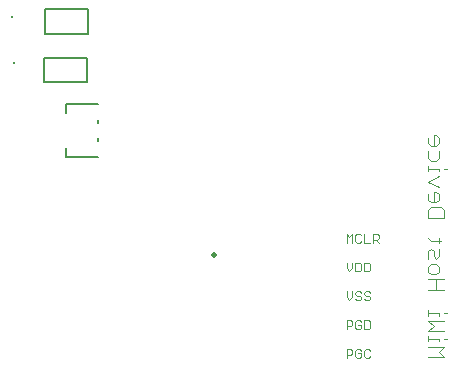
<source format=gto>
G75*
G70*
%OFA0B0*%
%FSLAX24Y24*%
%IPPOS*%
%LPD*%
%AMOC8*
5,1,8,0,0,1.08239X$1,22.5*
%
%ADD10C,0.0040*%
%ADD11C,0.0030*%
%ADD12C,0.0197*%
%ADD13C,0.0070*%
%ADD14R,0.0079X0.0079*%
%ADD15C,0.0080*%
D10*
X018643Y008023D02*
X019164Y008023D01*
X018990Y008197D01*
X019164Y008370D01*
X018643Y008370D01*
X018643Y008539D02*
X018643Y008712D01*
X018643Y008626D02*
X018990Y008626D01*
X018990Y008539D01*
X019164Y008626D02*
X019250Y008626D01*
X019164Y008883D02*
X018643Y008883D01*
X018817Y009056D01*
X018643Y009230D01*
X019164Y009230D01*
X018990Y009398D02*
X018990Y009485D01*
X018643Y009485D01*
X018643Y009398D02*
X018643Y009572D01*
X019164Y009485D02*
X019250Y009485D01*
X019164Y010258D02*
X018643Y010258D01*
X018903Y010258D02*
X018903Y010605D01*
X018903Y010773D02*
X018730Y010773D01*
X018643Y010860D01*
X018643Y011033D01*
X018730Y011120D01*
X018903Y011120D01*
X018990Y011033D01*
X018990Y010860D01*
X018903Y010773D01*
X018643Y010605D02*
X019164Y010605D01*
X018903Y011289D02*
X018817Y011376D01*
X018817Y011549D01*
X018730Y011636D01*
X018643Y011549D01*
X018643Y011289D01*
X018903Y011289D02*
X018990Y011376D01*
X018990Y011636D01*
X018990Y011805D02*
X018990Y011978D01*
X019077Y011891D02*
X018730Y011891D01*
X018643Y011978D01*
X018643Y012664D02*
X018643Y012924D01*
X018730Y013011D01*
X019077Y013011D01*
X019164Y012924D01*
X019164Y012664D01*
X018643Y012664D01*
X018730Y013180D02*
X018903Y013180D01*
X018990Y013266D01*
X018990Y013440D01*
X018903Y013527D01*
X018817Y013527D01*
X018817Y013180D01*
X018730Y013180D02*
X018643Y013266D01*
X018643Y013440D01*
X018643Y013869D02*
X018990Y013695D01*
X018990Y014042D02*
X018643Y013869D01*
X018643Y014211D02*
X018643Y014384D01*
X018643Y014298D02*
X018990Y014298D01*
X018990Y014211D01*
X019164Y014298D02*
X019250Y014298D01*
X018990Y014641D02*
X018903Y014555D01*
X018730Y014555D01*
X018643Y014641D01*
X018643Y014902D01*
X018730Y015070D02*
X018903Y015070D01*
X018990Y015157D01*
X018990Y015330D01*
X018903Y015417D01*
X018817Y015417D01*
X018817Y015070D01*
X018730Y015070D02*
X018643Y015157D01*
X018643Y015330D01*
X018990Y014902D02*
X018990Y014641D01*
D11*
X016944Y012125D02*
X016799Y012125D01*
X016799Y011835D01*
X016799Y011932D02*
X016944Y011932D01*
X016992Y011980D01*
X016992Y012077D01*
X016944Y012125D01*
X016896Y011932D02*
X016992Y011835D01*
X016698Y011835D02*
X016504Y011835D01*
X016504Y012125D01*
X016403Y012077D02*
X016355Y012125D01*
X016258Y012125D01*
X016210Y012077D01*
X016210Y011883D01*
X016258Y011835D01*
X016355Y011835D01*
X016403Y011883D01*
X016108Y011835D02*
X016108Y012125D01*
X016012Y012028D01*
X015915Y012125D01*
X015915Y011835D01*
X015915Y011165D02*
X015915Y010972D01*
X016012Y010875D01*
X016108Y010972D01*
X016108Y011165D01*
X016210Y011165D02*
X016355Y011165D01*
X016403Y011117D01*
X016403Y010923D01*
X016355Y010875D01*
X016210Y010875D01*
X016210Y011165D01*
X016504Y011165D02*
X016504Y010875D01*
X016649Y010875D01*
X016698Y010923D01*
X016698Y011117D01*
X016649Y011165D01*
X016504Y011165D01*
X016553Y010205D02*
X016504Y010157D01*
X016504Y010108D01*
X016553Y010060D01*
X016649Y010060D01*
X016698Y010012D01*
X016698Y009963D01*
X016649Y009915D01*
X016553Y009915D01*
X016504Y009963D01*
X016403Y009963D02*
X016355Y009915D01*
X016258Y009915D01*
X016210Y009963D01*
X016258Y010060D02*
X016210Y010108D01*
X016210Y010157D01*
X016258Y010205D01*
X016355Y010205D01*
X016403Y010157D01*
X016355Y010060D02*
X016403Y010012D01*
X016403Y009963D01*
X016355Y010060D02*
X016258Y010060D01*
X016108Y010012D02*
X016108Y010205D01*
X015915Y010205D02*
X015915Y010012D01*
X016012Y009915D01*
X016108Y010012D01*
X016553Y010205D02*
X016649Y010205D01*
X016698Y010157D01*
X016649Y009245D02*
X016504Y009245D01*
X016504Y008955D01*
X016649Y008955D01*
X016698Y009003D01*
X016698Y009197D01*
X016649Y009245D01*
X016403Y009197D02*
X016355Y009245D01*
X016258Y009245D01*
X016210Y009197D01*
X016210Y009003D01*
X016258Y008955D01*
X016355Y008955D01*
X016403Y009003D01*
X016403Y009100D01*
X016306Y009100D01*
X016108Y009100D02*
X016060Y009052D01*
X015915Y009052D01*
X015915Y008955D02*
X015915Y009245D01*
X016060Y009245D01*
X016108Y009197D01*
X016108Y009100D01*
X016060Y008285D02*
X015915Y008285D01*
X015915Y007995D01*
X015915Y008092D02*
X016060Y008092D01*
X016108Y008140D01*
X016108Y008237D01*
X016060Y008285D01*
X016210Y008237D02*
X016210Y008043D01*
X016258Y007995D01*
X016355Y007995D01*
X016403Y008043D01*
X016403Y008140D01*
X016306Y008140D01*
X016210Y008237D02*
X016258Y008285D01*
X016355Y008285D01*
X016403Y008237D01*
X016504Y008237D02*
X016504Y008043D01*
X016553Y007995D01*
X016649Y007995D01*
X016698Y008043D01*
X016698Y008237D02*
X016649Y008285D01*
X016553Y008285D01*
X016504Y008237D01*
D12*
X011513Y011433D03*
D13*
X007636Y014673D02*
X006568Y014673D01*
X006568Y014992D01*
X007639Y015219D02*
X007639Y015321D01*
X007639Y015810D02*
X007639Y015911D01*
X007636Y016463D02*
X006568Y016463D01*
X006568Y016144D01*
D14*
X004828Y017820D03*
X004768Y019350D03*
D15*
X005859Y019606D02*
X005859Y018794D01*
X007296Y018794D01*
X007296Y019606D01*
X005859Y019606D01*
X005844Y017990D02*
X005844Y017177D01*
X007281Y017177D01*
X007281Y017990D01*
X005844Y017990D01*
M02*

</source>
